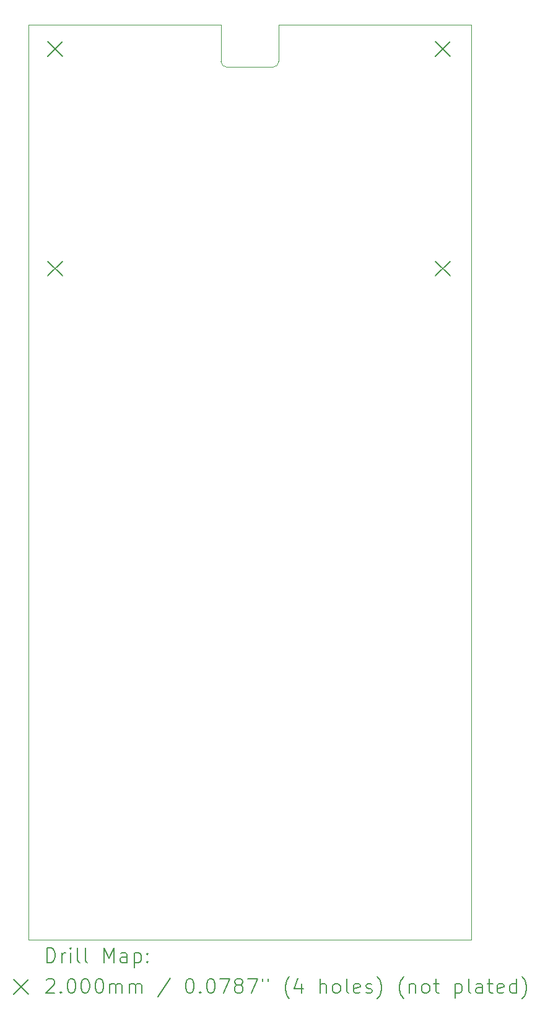
<source format=gbr>
%FSLAX45Y45*%
G04 Gerber Fmt 4.5, Leading zero omitted, Abs format (unit mm)*
G04 Created by KiCad (PCBNEW 6.0.0) date 2022-03-22 20:10:50*
%MOMM*%
%LPD*%
G01*
G04 APERTURE LIST*
%TA.AperFunction,Profile*%
%ADD10C,0.100000*%
%TD*%
%ADD11C,0.200000*%
G04 APERTURE END LIST*
D10*
X13080000Y-4099750D02*
X13080000Y-4128000D01*
X13080000Y-4128000D02*
X13080000Y-4598000D01*
X13160000Y-4678000D02*
X13790000Y-4678000D01*
X13080000Y-4598000D02*
G75*
G03*
X13160000Y-4678000I80000J0D01*
G01*
X13870000Y-4099750D02*
X16500000Y-4100000D01*
X16500000Y-16600000D02*
X10450000Y-16600000D01*
X10450000Y-4100000D02*
X10500000Y-4100000D01*
X10450000Y-16600000D02*
X10450000Y-4100000D01*
X13790000Y-4678000D02*
G75*
G03*
X13870000Y-4598000I0J80000D01*
G01*
X13870000Y-4099750D02*
X13870000Y-4128000D01*
X10500000Y-4100000D02*
X13080000Y-4099750D01*
X13870000Y-4598000D02*
X13870000Y-4128000D01*
X16500000Y-4100000D02*
X16500000Y-16600000D01*
D11*
X10714500Y-4328500D02*
X10914500Y-4528500D01*
X10914500Y-4328500D02*
X10714500Y-4528500D01*
X10714500Y-7328500D02*
X10914500Y-7528500D01*
X10914500Y-7328500D02*
X10714500Y-7528500D01*
X16014500Y-4328500D02*
X16214500Y-4528500D01*
X16214500Y-4328500D02*
X16014500Y-4528500D01*
X16014500Y-7328500D02*
X16214500Y-7528500D01*
X16214500Y-7328500D02*
X16014500Y-7528500D01*
X10702619Y-16915476D02*
X10702619Y-16715476D01*
X10750238Y-16715476D01*
X10778810Y-16725000D01*
X10797857Y-16744048D01*
X10807381Y-16763095D01*
X10816905Y-16801190D01*
X10816905Y-16829762D01*
X10807381Y-16867857D01*
X10797857Y-16886905D01*
X10778810Y-16905952D01*
X10750238Y-16915476D01*
X10702619Y-16915476D01*
X10902619Y-16915476D02*
X10902619Y-16782143D01*
X10902619Y-16820238D02*
X10912143Y-16801190D01*
X10921667Y-16791667D01*
X10940714Y-16782143D01*
X10959762Y-16782143D01*
X11026429Y-16915476D02*
X11026429Y-16782143D01*
X11026429Y-16715476D02*
X11016905Y-16725000D01*
X11026429Y-16734524D01*
X11035952Y-16725000D01*
X11026429Y-16715476D01*
X11026429Y-16734524D01*
X11150238Y-16915476D02*
X11131190Y-16905952D01*
X11121667Y-16886905D01*
X11121667Y-16715476D01*
X11255000Y-16915476D02*
X11235952Y-16905952D01*
X11226428Y-16886905D01*
X11226428Y-16715476D01*
X11483571Y-16915476D02*
X11483571Y-16715476D01*
X11550238Y-16858333D01*
X11616905Y-16715476D01*
X11616905Y-16915476D01*
X11797857Y-16915476D02*
X11797857Y-16810714D01*
X11788333Y-16791667D01*
X11769286Y-16782143D01*
X11731190Y-16782143D01*
X11712143Y-16791667D01*
X11797857Y-16905952D02*
X11778809Y-16915476D01*
X11731190Y-16915476D01*
X11712143Y-16905952D01*
X11702619Y-16886905D01*
X11702619Y-16867857D01*
X11712143Y-16848810D01*
X11731190Y-16839286D01*
X11778809Y-16839286D01*
X11797857Y-16829762D01*
X11893095Y-16782143D02*
X11893095Y-16982143D01*
X11893095Y-16791667D02*
X11912143Y-16782143D01*
X11950238Y-16782143D01*
X11969286Y-16791667D01*
X11978809Y-16801190D01*
X11988333Y-16820238D01*
X11988333Y-16877381D01*
X11978809Y-16896429D01*
X11969286Y-16905952D01*
X11950238Y-16915476D01*
X11912143Y-16915476D01*
X11893095Y-16905952D01*
X12074048Y-16896429D02*
X12083571Y-16905952D01*
X12074048Y-16915476D01*
X12064524Y-16905952D01*
X12074048Y-16896429D01*
X12074048Y-16915476D01*
X12074048Y-16791667D02*
X12083571Y-16801190D01*
X12074048Y-16810714D01*
X12064524Y-16801190D01*
X12074048Y-16791667D01*
X12074048Y-16810714D01*
X10245000Y-17145000D02*
X10445000Y-17345000D01*
X10445000Y-17145000D02*
X10245000Y-17345000D01*
X10693095Y-17154524D02*
X10702619Y-17145000D01*
X10721667Y-17135476D01*
X10769286Y-17135476D01*
X10788333Y-17145000D01*
X10797857Y-17154524D01*
X10807381Y-17173571D01*
X10807381Y-17192619D01*
X10797857Y-17221190D01*
X10683571Y-17335476D01*
X10807381Y-17335476D01*
X10893095Y-17316429D02*
X10902619Y-17325952D01*
X10893095Y-17335476D01*
X10883571Y-17325952D01*
X10893095Y-17316429D01*
X10893095Y-17335476D01*
X11026429Y-17135476D02*
X11045476Y-17135476D01*
X11064524Y-17145000D01*
X11074048Y-17154524D01*
X11083571Y-17173571D01*
X11093095Y-17211667D01*
X11093095Y-17259286D01*
X11083571Y-17297381D01*
X11074048Y-17316429D01*
X11064524Y-17325952D01*
X11045476Y-17335476D01*
X11026429Y-17335476D01*
X11007381Y-17325952D01*
X10997857Y-17316429D01*
X10988333Y-17297381D01*
X10978810Y-17259286D01*
X10978810Y-17211667D01*
X10988333Y-17173571D01*
X10997857Y-17154524D01*
X11007381Y-17145000D01*
X11026429Y-17135476D01*
X11216905Y-17135476D02*
X11235952Y-17135476D01*
X11255000Y-17145000D01*
X11264524Y-17154524D01*
X11274048Y-17173571D01*
X11283571Y-17211667D01*
X11283571Y-17259286D01*
X11274048Y-17297381D01*
X11264524Y-17316429D01*
X11255000Y-17325952D01*
X11235952Y-17335476D01*
X11216905Y-17335476D01*
X11197857Y-17325952D01*
X11188333Y-17316429D01*
X11178810Y-17297381D01*
X11169286Y-17259286D01*
X11169286Y-17211667D01*
X11178810Y-17173571D01*
X11188333Y-17154524D01*
X11197857Y-17145000D01*
X11216905Y-17135476D01*
X11407381Y-17135476D02*
X11426428Y-17135476D01*
X11445476Y-17145000D01*
X11455000Y-17154524D01*
X11464524Y-17173571D01*
X11474048Y-17211667D01*
X11474048Y-17259286D01*
X11464524Y-17297381D01*
X11455000Y-17316429D01*
X11445476Y-17325952D01*
X11426428Y-17335476D01*
X11407381Y-17335476D01*
X11388333Y-17325952D01*
X11378809Y-17316429D01*
X11369286Y-17297381D01*
X11359762Y-17259286D01*
X11359762Y-17211667D01*
X11369286Y-17173571D01*
X11378809Y-17154524D01*
X11388333Y-17145000D01*
X11407381Y-17135476D01*
X11559762Y-17335476D02*
X11559762Y-17202143D01*
X11559762Y-17221190D02*
X11569286Y-17211667D01*
X11588333Y-17202143D01*
X11616905Y-17202143D01*
X11635952Y-17211667D01*
X11645476Y-17230714D01*
X11645476Y-17335476D01*
X11645476Y-17230714D02*
X11655000Y-17211667D01*
X11674048Y-17202143D01*
X11702619Y-17202143D01*
X11721667Y-17211667D01*
X11731190Y-17230714D01*
X11731190Y-17335476D01*
X11826428Y-17335476D02*
X11826428Y-17202143D01*
X11826428Y-17221190D02*
X11835952Y-17211667D01*
X11855000Y-17202143D01*
X11883571Y-17202143D01*
X11902619Y-17211667D01*
X11912143Y-17230714D01*
X11912143Y-17335476D01*
X11912143Y-17230714D02*
X11921667Y-17211667D01*
X11940714Y-17202143D01*
X11969286Y-17202143D01*
X11988333Y-17211667D01*
X11997857Y-17230714D01*
X11997857Y-17335476D01*
X12388333Y-17125952D02*
X12216905Y-17383095D01*
X12645476Y-17135476D02*
X12664524Y-17135476D01*
X12683571Y-17145000D01*
X12693095Y-17154524D01*
X12702619Y-17173571D01*
X12712143Y-17211667D01*
X12712143Y-17259286D01*
X12702619Y-17297381D01*
X12693095Y-17316429D01*
X12683571Y-17325952D01*
X12664524Y-17335476D01*
X12645476Y-17335476D01*
X12626428Y-17325952D01*
X12616905Y-17316429D01*
X12607381Y-17297381D01*
X12597857Y-17259286D01*
X12597857Y-17211667D01*
X12607381Y-17173571D01*
X12616905Y-17154524D01*
X12626428Y-17145000D01*
X12645476Y-17135476D01*
X12797857Y-17316429D02*
X12807381Y-17325952D01*
X12797857Y-17335476D01*
X12788333Y-17325952D01*
X12797857Y-17316429D01*
X12797857Y-17335476D01*
X12931190Y-17135476D02*
X12950238Y-17135476D01*
X12969286Y-17145000D01*
X12978809Y-17154524D01*
X12988333Y-17173571D01*
X12997857Y-17211667D01*
X12997857Y-17259286D01*
X12988333Y-17297381D01*
X12978809Y-17316429D01*
X12969286Y-17325952D01*
X12950238Y-17335476D01*
X12931190Y-17335476D01*
X12912143Y-17325952D01*
X12902619Y-17316429D01*
X12893095Y-17297381D01*
X12883571Y-17259286D01*
X12883571Y-17211667D01*
X12893095Y-17173571D01*
X12902619Y-17154524D01*
X12912143Y-17145000D01*
X12931190Y-17135476D01*
X13064524Y-17135476D02*
X13197857Y-17135476D01*
X13112143Y-17335476D01*
X13302619Y-17221190D02*
X13283571Y-17211667D01*
X13274048Y-17202143D01*
X13264524Y-17183095D01*
X13264524Y-17173571D01*
X13274048Y-17154524D01*
X13283571Y-17145000D01*
X13302619Y-17135476D01*
X13340714Y-17135476D01*
X13359762Y-17145000D01*
X13369286Y-17154524D01*
X13378809Y-17173571D01*
X13378809Y-17183095D01*
X13369286Y-17202143D01*
X13359762Y-17211667D01*
X13340714Y-17221190D01*
X13302619Y-17221190D01*
X13283571Y-17230714D01*
X13274048Y-17240238D01*
X13264524Y-17259286D01*
X13264524Y-17297381D01*
X13274048Y-17316429D01*
X13283571Y-17325952D01*
X13302619Y-17335476D01*
X13340714Y-17335476D01*
X13359762Y-17325952D01*
X13369286Y-17316429D01*
X13378809Y-17297381D01*
X13378809Y-17259286D01*
X13369286Y-17240238D01*
X13359762Y-17230714D01*
X13340714Y-17221190D01*
X13445476Y-17135476D02*
X13578809Y-17135476D01*
X13493095Y-17335476D01*
X13645476Y-17135476D02*
X13645476Y-17173571D01*
X13721667Y-17135476D02*
X13721667Y-17173571D01*
X14016905Y-17411667D02*
X14007381Y-17402143D01*
X13988333Y-17373571D01*
X13978809Y-17354524D01*
X13969286Y-17325952D01*
X13959762Y-17278333D01*
X13959762Y-17240238D01*
X13969286Y-17192619D01*
X13978809Y-17164048D01*
X13988333Y-17145000D01*
X14007381Y-17116429D01*
X14016905Y-17106905D01*
X14178809Y-17202143D02*
X14178809Y-17335476D01*
X14131190Y-17125952D02*
X14083571Y-17268810D01*
X14207381Y-17268810D01*
X14435952Y-17335476D02*
X14435952Y-17135476D01*
X14521667Y-17335476D02*
X14521667Y-17230714D01*
X14512143Y-17211667D01*
X14493095Y-17202143D01*
X14464524Y-17202143D01*
X14445476Y-17211667D01*
X14435952Y-17221190D01*
X14645476Y-17335476D02*
X14626428Y-17325952D01*
X14616905Y-17316429D01*
X14607381Y-17297381D01*
X14607381Y-17240238D01*
X14616905Y-17221190D01*
X14626428Y-17211667D01*
X14645476Y-17202143D01*
X14674048Y-17202143D01*
X14693095Y-17211667D01*
X14702619Y-17221190D01*
X14712143Y-17240238D01*
X14712143Y-17297381D01*
X14702619Y-17316429D01*
X14693095Y-17325952D01*
X14674048Y-17335476D01*
X14645476Y-17335476D01*
X14826428Y-17335476D02*
X14807381Y-17325952D01*
X14797857Y-17306905D01*
X14797857Y-17135476D01*
X14978809Y-17325952D02*
X14959762Y-17335476D01*
X14921667Y-17335476D01*
X14902619Y-17325952D01*
X14893095Y-17306905D01*
X14893095Y-17230714D01*
X14902619Y-17211667D01*
X14921667Y-17202143D01*
X14959762Y-17202143D01*
X14978809Y-17211667D01*
X14988333Y-17230714D01*
X14988333Y-17249762D01*
X14893095Y-17268810D01*
X15064524Y-17325952D02*
X15083571Y-17335476D01*
X15121667Y-17335476D01*
X15140714Y-17325952D01*
X15150238Y-17306905D01*
X15150238Y-17297381D01*
X15140714Y-17278333D01*
X15121667Y-17268810D01*
X15093095Y-17268810D01*
X15074048Y-17259286D01*
X15064524Y-17240238D01*
X15064524Y-17230714D01*
X15074048Y-17211667D01*
X15093095Y-17202143D01*
X15121667Y-17202143D01*
X15140714Y-17211667D01*
X15216905Y-17411667D02*
X15226428Y-17402143D01*
X15245476Y-17373571D01*
X15255000Y-17354524D01*
X15264524Y-17325952D01*
X15274048Y-17278333D01*
X15274048Y-17240238D01*
X15264524Y-17192619D01*
X15255000Y-17164048D01*
X15245476Y-17145000D01*
X15226428Y-17116429D01*
X15216905Y-17106905D01*
X15578809Y-17411667D02*
X15569286Y-17402143D01*
X15550238Y-17373571D01*
X15540714Y-17354524D01*
X15531190Y-17325952D01*
X15521667Y-17278333D01*
X15521667Y-17240238D01*
X15531190Y-17192619D01*
X15540714Y-17164048D01*
X15550238Y-17145000D01*
X15569286Y-17116429D01*
X15578809Y-17106905D01*
X15655000Y-17202143D02*
X15655000Y-17335476D01*
X15655000Y-17221190D02*
X15664524Y-17211667D01*
X15683571Y-17202143D01*
X15712143Y-17202143D01*
X15731190Y-17211667D01*
X15740714Y-17230714D01*
X15740714Y-17335476D01*
X15864524Y-17335476D02*
X15845476Y-17325952D01*
X15835952Y-17316429D01*
X15826428Y-17297381D01*
X15826428Y-17240238D01*
X15835952Y-17221190D01*
X15845476Y-17211667D01*
X15864524Y-17202143D01*
X15893095Y-17202143D01*
X15912143Y-17211667D01*
X15921667Y-17221190D01*
X15931190Y-17240238D01*
X15931190Y-17297381D01*
X15921667Y-17316429D01*
X15912143Y-17325952D01*
X15893095Y-17335476D01*
X15864524Y-17335476D01*
X15988333Y-17202143D02*
X16064524Y-17202143D01*
X16016905Y-17135476D02*
X16016905Y-17306905D01*
X16026428Y-17325952D01*
X16045476Y-17335476D01*
X16064524Y-17335476D01*
X16283571Y-17202143D02*
X16283571Y-17402143D01*
X16283571Y-17211667D02*
X16302619Y-17202143D01*
X16340714Y-17202143D01*
X16359762Y-17211667D01*
X16369286Y-17221190D01*
X16378809Y-17240238D01*
X16378809Y-17297381D01*
X16369286Y-17316429D01*
X16359762Y-17325952D01*
X16340714Y-17335476D01*
X16302619Y-17335476D01*
X16283571Y-17325952D01*
X16493095Y-17335476D02*
X16474048Y-17325952D01*
X16464524Y-17306905D01*
X16464524Y-17135476D01*
X16655000Y-17335476D02*
X16655000Y-17230714D01*
X16645476Y-17211667D01*
X16626428Y-17202143D01*
X16588333Y-17202143D01*
X16569286Y-17211667D01*
X16655000Y-17325952D02*
X16635952Y-17335476D01*
X16588333Y-17335476D01*
X16569286Y-17325952D01*
X16559762Y-17306905D01*
X16559762Y-17287857D01*
X16569286Y-17268810D01*
X16588333Y-17259286D01*
X16635952Y-17259286D01*
X16655000Y-17249762D01*
X16721667Y-17202143D02*
X16797857Y-17202143D01*
X16750238Y-17135476D02*
X16750238Y-17306905D01*
X16759762Y-17325952D01*
X16778810Y-17335476D01*
X16797857Y-17335476D01*
X16940714Y-17325952D02*
X16921667Y-17335476D01*
X16883571Y-17335476D01*
X16864524Y-17325952D01*
X16855000Y-17306905D01*
X16855000Y-17230714D01*
X16864524Y-17211667D01*
X16883571Y-17202143D01*
X16921667Y-17202143D01*
X16940714Y-17211667D01*
X16950238Y-17230714D01*
X16950238Y-17249762D01*
X16855000Y-17268810D01*
X17121667Y-17335476D02*
X17121667Y-17135476D01*
X17121667Y-17325952D02*
X17102619Y-17335476D01*
X17064524Y-17335476D01*
X17045476Y-17325952D01*
X17035952Y-17316429D01*
X17026429Y-17297381D01*
X17026429Y-17240238D01*
X17035952Y-17221190D01*
X17045476Y-17211667D01*
X17064524Y-17202143D01*
X17102619Y-17202143D01*
X17121667Y-17211667D01*
X17197857Y-17411667D02*
X17207381Y-17402143D01*
X17226429Y-17373571D01*
X17235952Y-17354524D01*
X17245476Y-17325952D01*
X17255000Y-17278333D01*
X17255000Y-17240238D01*
X17245476Y-17192619D01*
X17235952Y-17164048D01*
X17226429Y-17145000D01*
X17207381Y-17116429D01*
X17197857Y-17106905D01*
M02*

</source>
